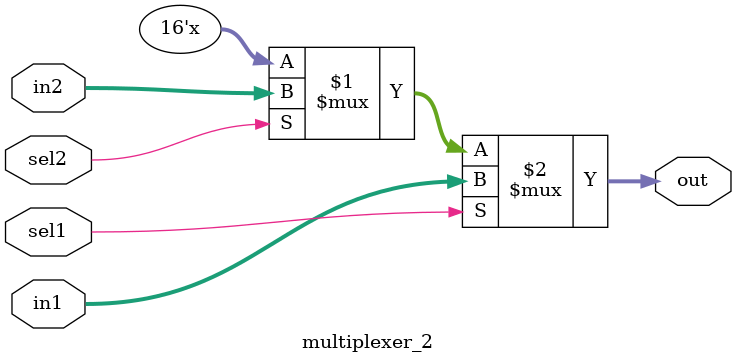
<source format=v>
`timescale 1ns/1ns


module multiplexer_3( input[9:0] in1 , in2 , in3 , input sel1 , sel2 , sel3 , output [9:0] out);
  assign out = sel1? in1:
              sel2 ? in2 : 
              sel3 ? in3 : 16'bz ;
endmodule
  
  
module multiplexer_2 ( input sel1 , sel2 , input [15:0] in1 ,in2 ,output [15:0] out );
  assign out =  sel1 ?  in1 :
                sel2 ? in2 :
                16'bz ;
endmodule




</source>
